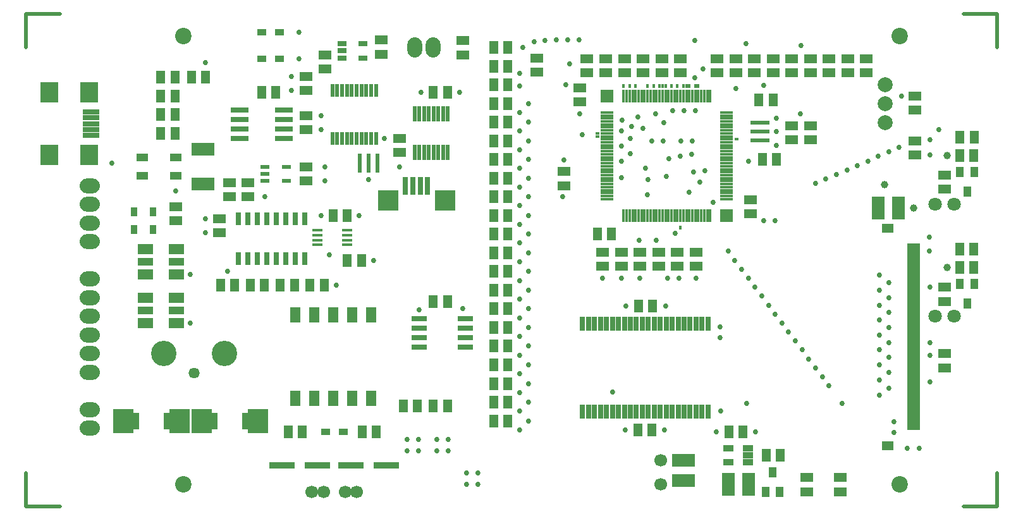
<source format=gts>
G04 CAM Products 2000  RS274-X Output*
G04 Serial Number: 0000-00-00000*
G04 File Name:FULLMONI.GTS *
%FSLAX34Y34*%
%MOIN*%
%SFA1B1*%

%IPPOS*%
%ADD10C,0.019600*%
%ADD11C,0.011800*%
%ADD12C,0.007800*%
%ADD13R,0.043300X0.063000*%
%ADD14R,0.063000X0.043300*%
%ADD15R,0.070800X0.019600*%
%ADD16R,0.031500X0.047200*%
%ADD17R,0.055100X0.039300*%
%ADD18R,0.063000X0.011800*%
%ADD19R,0.059000X0.114100*%
%ADD20R,0.059000X0.114100*%
%ADD21R,0.039300X0.017700*%
%ADD22R,0.043300X0.027500*%
%ADD23R,0.048000X0.024400*%
%ADD24R,0.015700X0.090500*%
%ADD25R,0.047200X0.008600*%
%ADD26R,0.023600X0.061000*%
%ADD27R,0.055100X0.035400*%
%ADD28R,0.089300X0.021600*%
%ADD29R,0.114100X0.059000*%
%ADD30R,0.013700X0.063000*%
%ADD31R,0.114100X0.059000*%
%ADD32R,0.102300X0.102300*%
%ADD33R,0.019600X0.086600*%
%ADD34R,0.047200X0.070800*%
%ADD35R,0.127900X0.027500*%
%ADD36R,0.013700X0.070800*%
%ADD37R,0.019600X0.066900*%
%ADD38R,0.019600X0.066900*%
%ADD39R,0.078700X0.019600*%
%ADD40R,0.090500X0.015700*%
%ADD41R,0.007800X0.063000*%
%ADD42R,0.063000X0.007800*%
%ADD43C,0.039300*%
%ADD44O,0.007800X0.015700*%
%ADD45O,0.015700X0.007800*%
%ADD46R,0.039300X0.015700*%
%ADD47R,0.027500X0.043300*%
%ADD48R,0.070800X0.031500*%
%ADD49R,0.070800X0.047200*%
%ADD50R,0.086600X0.098400*%
%ADD51R,0.032400X0.078700*%
%ADD52C,0.011800*%
%ADD53C,0.007800*%
%ADD54C,0.015700*%
%ADD55C,0.059000*%
%ADD56C,0.039300*%
%ADD57C,0.010000*%
%ADD58C,0.078700*%
%ADD59C,0.063000*%
%ADD60C,0.059000*%
%ADD61O,0.098400X0.070800*%
%ADD62O,0.070800X0.098400*%
%ADD63C,0.050000*%
%ADD64C,0.125900*%
%ADD65R,0.098400X0.118100*%
%ADD66C,0.070800*%
%ADD67C,0.051100*%
%ADD68R,0.070800X0.070800*%
%ADD69R,0.051100X0.070800*%
%ADD70R,0.070800X0.051100*%
%ADD71R,0.078700X0.027500*%
%ADD72R,0.039300X0.055100*%
%ADD73R,0.063000X0.047200*%
%ADD74R,0.066900X0.122000*%
%ADD75R,0.066900X0.122000*%
%ADD76R,0.047200X0.025600*%
%ADD77R,0.051100X0.035400*%
%ADD78R,0.055900X0.032200*%
%ADD79R,0.023600X0.098400*%
%ADD80R,0.055100X0.016500*%
%ADD81R,0.031500X0.068900*%
%ADD82R,0.097200X0.029500*%
%ADD83R,0.122000X0.066900*%
%ADD84R,0.021600X0.070800*%
%ADD85R,0.122000X0.066900*%
%ADD86R,0.110200X0.110200*%
%ADD87R,0.027500X0.094400*%
%ADD88R,0.055100X0.078700*%
%ADD89R,0.135800X0.035400*%
%ADD90R,0.021600X0.078700*%
%ADD91R,0.027500X0.074800*%
%ADD92R,0.027500X0.074800*%
%ADD93R,0.086600X0.027500*%
%ADD94R,0.098400X0.023600*%
%ADD95R,0.015700X0.070800*%
%ADD96R,0.070800X0.015700*%
%ADD97C,0.047200*%
%ADD98O,0.015700X0.023600*%
%ADD99O,0.023600X0.015700*%
%ADD100R,0.047200X0.023600*%
%ADD101R,0.035400X0.051100*%
%ADD102R,0.078700X0.039300*%
%ADD103R,0.078700X0.055100*%
%ADD104R,0.094400X0.106300*%
%ADD105R,0.040300X0.086600*%
%ADD106C,0.086600*%
%ADD107C,0.066900*%
%ADD108O,0.106300X0.078700*%
%ADD109O,0.078700X0.106300*%
%ADD110C,0.057800*%
%ADD111C,0.133800*%
%ADD112R,0.106300X0.125900*%
%ADD113C,0.078700*%
%ADD114C,0.027500*%
%ADD115C,0.019600*%
%ADD116R,0.659400X0.039300*%
%ADD117R,0.659400X0.039300*%
%LNFULLMONI-1*%
%LPD*%
G54D10*
X225961Y231395D02*
X227733D01*
Y229624D02*
Y231395D01*
Y205411D02*
Y207183D01*
X225961Y205411D02*
X227733D01*
X176552D02*
Y207183D01*
Y205411D02*
X178324D01*
X176552Y231395D02*
X178324D01*
X176552Y229624D02*
Y231395D01*
G54D14*
X182654Y223836D03*
Y222852D03*
X184426D03*
Y223836D03*
G54D15*
X223324Y213088D03*
Y213285D03*
Y213482D03*
Y213679D03*
Y213875D03*
Y214072D03*
Y214269D03*
Y214466D03*
Y214663D03*
Y217616D03*
Y217812D03*
Y218009D03*
Y210726D03*
Y210923D03*
Y211120D03*
Y211316D03*
Y211907D03*
Y212104D03*
Y215057D03*
Y215253D03*
Y215450D03*
Y215647D03*
Y216238D03*
Y216435D03*
Y216631D03*
Y216828D03*
Y217222D03*
Y217025D03*
Y216041D03*
Y211710D03*
Y215844D03*
Y211513D03*
Y210529D03*
Y210332D03*
Y209742D03*
Y210135D03*
Y214860D03*
Y209545D03*
Y217419D03*
Y218206D03*
Y218403D03*
Y218600D03*
Y218797D03*
Y219190D03*
Y218994D03*
Y209938D03*
Y212301D03*
Y212498D03*
Y212694D03*
Y212891D03*
G54D43*
X225095Y218009D03*
Y223915D03*
X223324Y221159D03*
X221788Y222379D03*
G54D66*
X224477Y221356D03*
X225477D03*
X224477Y215450D03*
X225477D03*
G54D68*
X207182Y227064D03*
X213481Y220765D03*
G54D69*
X207418Y219781D03*
X206670D03*
X215371Y223718D03*
X216119D03*
X225784Y224899D03*
X226532D03*
X225764Y218994D03*
X226512D03*
Y223915D03*
X225764D03*
Y218009D03*
X226512D03*
X201198Y228639D03*
X201946D03*
X201198Y227655D03*
X201946D03*
Y229624D03*
X201198D03*
X198009Y216238D03*
X198757D03*
X183638Y228049D03*
X184387D03*
X196434Y210726D03*
X197182D03*
X201198Y224702D03*
X201946D03*
X201198Y221750D03*
X201946D03*
X201198Y223718D03*
X201946D03*
X201198Y215844D03*
X201946D03*
X192733Y220765D03*
X193481D03*
X201198Y209938D03*
X201946D03*
X193481Y218403D03*
X194229D03*
X191512Y217104D03*
X192261D03*
X189701Y227261D03*
X188953D03*
X186001Y228049D03*
X185253D03*
X184387Y226080D03*
X183638D03*
X184387Y227064D03*
X183638D03*
X191119Y209348D03*
X190371D03*
X194268D03*
X201946Y226671D03*
Y225687D03*
Y222734D03*
Y212891D03*
Y211907D03*
Y216828D03*
Y218797D03*
Y219781D03*
Y220765D03*
Y214860D03*
Y213875D03*
X201198Y225687D03*
X195016Y209348D03*
X215568Y208116D03*
X201198Y211907D03*
Y220765D03*
X216316Y208116D03*
X189111Y217104D03*
X188363D03*
X190686D03*
X189938D03*
X183638Y225096D03*
X184387D03*
X201198Y226671D03*
Y219781D03*
Y222734D03*
Y216828D03*
Y214860D03*
Y213875D03*
Y218797D03*
Y212891D03*
X198009Y227261D03*
X198757D03*
X186788Y217104D03*
X187536D03*
X198009Y210726D03*
X198757D03*
X201198Y217812D03*
X201946D03*
X209544Y209466D03*
X208796D03*
X208835Y216001D03*
X209583D03*
X201946Y210923D03*
X201198D03*
X215174Y226868D03*
X215922D03*
X214347Y209348D03*
X213599D03*
G54D70*
X208914Y218836D03*
Y218088D03*
X210883Y218836D03*
Y218088D03*
X209898Y218836D03*
Y218088D03*
X205725Y227498D03*
Y226750D03*
X224977Y222143D03*
Y222891D03*
Y216986D03*
Y216238D03*
Y212734D03*
X214741Y221592D03*
Y220844D03*
X215922Y228285D03*
Y229033D03*
X218875Y228285D03*
Y229033D03*
X195253Y229269D03*
Y230017D03*
X199583Y229978D03*
Y229230D03*
X224977Y213482D03*
X219465Y206946D03*
Y206198D03*
X196237Y224838D03*
Y224090D03*
X188245Y222498D03*
Y221750D03*
X187261Y222498D03*
Y221750D03*
X191316Y225293D03*
Y226041D03*
X184426Y221238D03*
Y220490D03*
X192300Y229230D03*
X214938Y229033D03*
X223402Y223954D03*
X219859Y229033D03*
X216906D03*
X217890Y225490D03*
X220843Y229033D03*
X217694Y206198D03*
X219859Y228285D03*
X192300Y228482D03*
X223402Y227064D03*
X217694Y206946D03*
X217890Y224742D03*
X223402Y224702D03*
Y226316D03*
X216906Y228285D03*
X220843D03*
X214938D03*
X191316Y227350D03*
Y228098D03*
X186749Y219860D03*
Y220608D03*
X211867Y218836D03*
Y218088D03*
X206119Y228285D03*
Y229033D03*
X207103Y228285D03*
Y229033D03*
X208087D03*
Y228285D03*
X209072Y229033D03*
Y228285D03*
X207930Y218088D03*
Y218836D03*
X216906Y225490D03*
Y224742D03*
X211040Y228285D03*
Y229033D03*
X210056Y228285D03*
Y229033D03*
X212969Y228285D03*
Y229033D03*
X213953Y228285D03*
Y229033D03*
X217890Y228285D03*
Y229033D03*
X204898Y222340D03*
Y223088D03*
X206946Y218836D03*
Y218088D03*
X191316Y222576D03*
Y223324D03*
X203481Y229072D03*
Y228324D03*
G54D71*
X199701Y213832D03*
Y214332D03*
Y214832D03*
X197261Y213832D03*
Y214332D03*
Y214832D03*
Y215332D03*
X199701D03*
G54D72*
X226532Y223049D03*
X226158Y222025D03*
X225784Y223049D03*
X226158Y216120D03*
X225784Y217143D03*
X226532D03*
X215902Y207222D03*
X216276Y206198D03*
X215528D03*
G54D73*
X221985Y220096D03*
Y208639D03*
G54D74*
X221473Y221159D03*
X214623Y206592D03*
G54D75*
X222536Y221159D03*
X213560Y206592D03*
G54D76*
X194288Y229820D03*
Y229072D03*
X193186Y229446D03*
Y229072D03*
Y229820D03*
G54D77*
X189898Y229033D03*
X188953D03*
Y230411D03*
X189898D03*
X193284Y209348D03*
X192339D03*
G54D78*
X214591Y208490D03*
Y207742D03*
Y208116D03*
X213560Y208490D03*
Y207742D03*
G54D79*
X194613Y223521D03*
X194140D03*
X195085D03*
G54D80*
X191906Y219466D03*
X193481Y219978D03*
X191906Y219210D03*
X193481Y219722D03*
X191906Y219978D03*
X193481Y219210D03*
X191906Y219722D03*
X193481Y219466D03*
G54D81*
X187733Y220608D03*
X188233D03*
X188733Y218482D03*
X187733D03*
X189733D03*
X189233D03*
X188733Y220608D03*
X189233D03*
X190733Y218482D03*
X191233D03*
X188233D03*
X190233D03*
X191233Y220608D03*
X190733D03*
X189733D03*
X190233D03*
G54D82*
X187800Y226338D03*
X190135Y225838D03*
Y225338D03*
X187800D03*
Y225838D03*
Y224838D03*
X190135D03*
Y226338D03*
G54D83*
X185883Y222419D03*
Y224269D03*
X211198Y207852D03*
G54D84*
X193717Y227350D03*
X194229D03*
X193461D03*
X192950D03*
X194741Y224838D03*
X194485D03*
X192950D03*
X192694D03*
X194485Y227350D03*
X194997Y224838D03*
X193205Y227350D03*
X192694D03*
X193205Y224838D03*
X193461D03*
X193717D03*
X193973D03*
X194229D03*
X193973Y227350D03*
X194741D03*
X194997D03*
G54D85*
X211198Y206789D03*
G54D86*
X195632Y221553D03*
X198624D03*
G54D87*
X197719Y222340D03*
X197325D03*
X196931D03*
X196538D03*
G54D88*
X190725Y215529D03*
X193725Y211120D03*
X194725D03*
X192725D03*
X193725Y215529D03*
X192725D03*
X191725D03*
X190725Y211120D03*
X191725D03*
X194725Y215529D03*
G54D89*
X193678Y207576D03*
X195548D03*
X191906D03*
X190036D03*
G54D90*
X198774Y224090D03*
X198524D03*
X197774Y226137D03*
X197024Y224090D03*
X198524Y226137D03*
X198774D03*
X198274Y224090D03*
Y226137D03*
X197274Y224090D03*
X197524D03*
X197774D03*
X198024D03*
Y226137D03*
X197024D03*
X197274D03*
X197524D03*
G54D91*
X207457Y210411D03*
X212497Y215057D03*
X211552D03*
X211237D03*
X211867D03*
X210922D03*
X209347D03*
X209032Y210411D03*
Y215057D03*
X209347Y210411D03*
X210922D03*
X211237D03*
X211552D03*
X207457Y215057D03*
X210607Y210411D03*
X210292D03*
X209977D03*
X209662D03*
X208717D03*
X208402D03*
X208087D03*
X207772D03*
Y215057D03*
X208087D03*
X208402D03*
X208717D03*
X209662D03*
X209977D03*
X210292D03*
X210607D03*
X212497Y210411D03*
X212182D03*
X211867D03*
X207142D03*
X206827D03*
X206512D03*
X206198D03*
X205883D03*
Y215057D03*
X206198D03*
X206512D03*
X206827D03*
X207142D03*
G54D92*
X212182Y215057D03*
G54D93*
X179957Y225608D03*
Y225923D03*
Y226238D03*
Y224978D03*
Y225293D03*
G54D94*
X215231Y225657D03*
Y224712D03*
Y225185D03*
G54D95*
X212457Y227064D03*
X212300D03*
X212142D03*
X211985D03*
X211827D03*
X211670D03*
X211512D03*
X211355D03*
X211198D03*
X211040D03*
X210883D03*
X210725D03*
X210568D03*
X210410D03*
X210253D03*
X210095D03*
X209938D03*
X209780D03*
X209623D03*
X209465D03*
X209308D03*
X209150D03*
X208993D03*
X208835D03*
X208678D03*
X208520D03*
X208363D03*
X208205D03*
X208048D03*
X212615D03*
X208205Y220765D03*
X208363D03*
X208520D03*
X208678D03*
X208835D03*
X208993D03*
X209150D03*
X209308D03*
X209465D03*
X209623D03*
X209780D03*
X209938D03*
X210095D03*
X210253D03*
X210410D03*
X210568D03*
X210725D03*
X210883D03*
X211040D03*
X211198D03*
X211355D03*
X211512D03*
X211670D03*
X211827D03*
X211985D03*
X212142D03*
X212300D03*
X212457D03*
X212615D03*
X208048D03*
G54D96*
X213481Y221789D03*
Y221946D03*
Y222104D03*
Y222261D03*
Y222419D03*
Y222576D03*
Y222734D03*
Y222891D03*
Y223049D03*
Y223206D03*
Y223364D03*
Y223521D03*
Y223679D03*
Y223836D03*
Y223994D03*
Y224151D03*
Y224309D03*
Y224466D03*
Y224624D03*
Y224781D03*
Y224938D03*
Y225096D03*
Y225253D03*
Y225411D03*
Y225568D03*
Y225726D03*
Y225883D03*
Y226041D03*
Y226198D03*
Y221631D03*
X207182Y226041D03*
Y225883D03*
Y225726D03*
Y225568D03*
Y225411D03*
Y225253D03*
Y225096D03*
Y224938D03*
Y224781D03*
Y224624D03*
Y224466D03*
Y224309D03*
Y224151D03*
Y223994D03*
Y223836D03*
Y223679D03*
Y223521D03*
Y223364D03*
Y223206D03*
Y223049D03*
Y222891D03*
Y222734D03*
Y222576D03*
Y222419D03*
Y222261D03*
Y222104D03*
Y221946D03*
Y221789D03*
Y221631D03*
Y226198D03*
G54D97*
X207182Y227064D03*
X213481Y220765D03*
G54D98*
X210253Y227576D03*
X210568D03*
X210883D03*
X211198D03*
X211355D03*
X211512D03*
X211827D03*
X211985D03*
X210095D03*
X209938D03*
X209623D03*
X209308D03*
X208678D03*
X208363D03*
X211040Y220135D03*
X208048Y227576D03*
G54D99*
X213993Y224781D03*
X206670Y225096D03*
Y224938D03*
G54D100*
X190253Y223324D03*
Y222576D03*
X189150D03*
Y222950D03*
Y223324D03*
G54D101*
X183245Y220017D03*
Y220962D03*
X182221Y220017D03*
Y220962D03*
G54D102*
X184465Y215765D03*
X182851D03*
Y218324D03*
X184465D03*
G54D103*
X182851Y216435D03*
X184465Y215096D03*
X182851D03*
X184465Y216435D03*
Y218994D03*
X182851Y217655D03*
X184465D03*
X182851Y218994D03*
G54D104*
X179859Y227261D03*
Y223954D03*
X177772Y227261D03*
Y223954D03*
G54D105*
X182296Y209938D03*
X188131D03*
X183997D03*
X186430D03*
G54D106*
X222615Y206592D03*
Y230214D03*
X184820D03*
Y206592D03*
G54D107*
X210016Y206592D03*
Y207852D03*
X191591Y206198D03*
X192221D03*
X193363D03*
X193973D03*
G54D108*
X179898Y213482D03*
Y214466D03*
Y215450D03*
Y216435D03*
Y217419D03*
Y212498D03*
Y210529D03*
Y209545D03*
Y219387D03*
Y220372D03*
Y221356D03*
Y222340D03*
G54D109*
X197024Y229624D03*
X198009D03*
G54D110*
X185410Y212458D03*
G54D111*
X183816Y213482D03*
X187005D03*
G54D112*
X181670Y209938D03*
X188757D03*
X184623D03*
X185804D03*
G54D113*
X221827Y227647D03*
Y225647D03*
Y226647D03*
G54D114*
X217379Y226120D03*
X204898Y223679D03*
X224190Y214072D03*
Y216986D03*
Y223954D03*
X203048Y224702D03*
Y223718D03*
Y222734D03*
Y221750D03*
Y220765D03*
Y219781D03*
Y218797D03*
Y217812D03*
Y216828D03*
Y215844D03*
Y214860D03*
Y213875D03*
Y212891D03*
Y211907D03*
Y210923D03*
Y209938D03*
Y225687D03*
X224682Y225293D03*
X216119Y225883D03*
X205686Y230017D03*
X205095D03*
X204505D03*
X203914Y229978D03*
X203324Y229938D03*
X208875Y219466D03*
X210764Y219820D03*
X209780Y219466D03*
X199583Y215844D03*
X202575Y213403D03*
Y214387D03*
X211788Y228009D03*
X212064Y222537D03*
X209190Y223246D03*
X208402Y224820D03*
X207930Y224427D03*
X210292Y222812D03*
X207969Y225805D03*
X210646Y226277D03*
X211237D03*
X202575Y218324D03*
Y219309D03*
Y221277D03*
Y220293D03*
X222694Y227064D03*
X221473Y223875D03*
X220922Y223639D03*
X220371Y223403D03*
X219820Y223167D03*
X219268Y222931D03*
X218717Y222694D03*
X222024Y224112D03*
X207930Y223639D03*
X212221Y228482D03*
X224190Y224742D03*
X214505Y229820D03*
X217398Y229722D03*
X205213Y228757D03*
X224190Y211986D03*
Y213403D03*
X212930Y209348D03*
X224160Y219614D03*
Y218895D03*
X219583Y210844D03*
X216040Y220490D03*
X214977Y216986D03*
X218166Y212734D03*
X217103Y214151D03*
X213914Y218403D03*
X218520Y212261D03*
X218875Y211789D03*
X216749Y214624D03*
X216394Y215096D03*
X216040Y215568D03*
X217812Y213206D03*
X217457Y213679D03*
X215686Y216041D03*
X215331Y216513D03*
X214268Y217931D03*
X213560Y218875D03*
X214623Y217458D03*
X223638Y208482D03*
X223009D03*
X222300Y209899D03*
Y209309D03*
X221552Y211277D03*
X222024Y211671D03*
X221552Y212104D03*
X222024Y212498D03*
X221552Y212891D03*
X222024Y213285D03*
X221552Y213679D03*
X222024Y214072D03*
X221552Y214466D03*
X222024Y214860D03*
X221552Y215253D03*
X222024Y215647D03*
X221552Y216041D03*
X222024Y216435D03*
X221552Y216828D03*
X222024Y217222D03*
X221552Y217616D03*
X206946Y217458D03*
X200371Y206592D03*
X199780D03*
Y207183D03*
X200371D03*
X202733Y229624D03*
X202575Y226198D03*
Y225214D03*
Y224230D03*
Y223246D03*
Y217340D03*
Y216356D03*
Y215372D03*
Y212419D03*
Y211435D03*
X214544Y210844D03*
X213166Y210450D03*
X207457Y211474D03*
X213127Y214309D03*
X190922Y230411D03*
Y229033D03*
X186001Y228836D03*
X198796Y208954D03*
X198205Y208364D03*
X197221D03*
Y208954D03*
X196631D03*
Y208364D03*
X197379Y227261D03*
X199387D03*
X190528Y228098D03*
Y227350D03*
X194613Y222655D03*
X192103Y225293D03*
Y226041D03*
X194859Y218403D03*
X192536Y218679D03*
X194111Y220765D03*
X192103D03*
X192300Y223324D03*
Y222576D03*
X192890Y217104D03*
X187182Y217812D03*
X186001Y219860D03*
Y220608D03*
X185213Y217655D03*
X195450Y224838D03*
X196237Y223324D03*
X197261Y215803D03*
X208166Y216001D03*
X210253D03*
X208127Y209466D03*
X210213D03*
X208914Y217458D03*
X207930D03*
Y222773D03*
X204820Y221750D03*
X210961Y217458D03*
X211867D03*
X202575Y222261D03*
X215450Y220490D03*
X213953Y227458D03*
X215450Y227616D03*
X204997Y227655D03*
X202575Y209466D03*
Y210450D03*
X203048Y226671D03*
X216119Y225194D03*
Y224466D03*
X214623Y223639D03*
X222575Y224348D03*
X218166Y222458D03*
X205883Y225017D03*
X207930Y225214D03*
X209308Y221868D03*
X209347Y222655D03*
X211670Y224702D03*
X208796Y225962D03*
X209741Y226120D03*
X211827Y226277D03*
X210174Y225647D03*
X209072Y225372D03*
X210135Y224702D03*
X211631Y223994D03*
X211512Y221986D03*
X211040Y223875D03*
X209544Y224702D03*
X208402Y224033D03*
X210450Y223757D03*
X211079Y224702D03*
X212339Y223127D03*
X211749Y223049D03*
X212772Y221474D03*
X202575Y227576D03*
Y228246D03*
X213127Y214899D03*
X210371Y217458D03*
X208481Y225450D03*
X205725Y226120D03*
X181079Y223521D03*
X198796Y208364D03*
X198205Y208954D03*
X215016Y209348D03*
X189150Y221750D03*
X211788Y229978D03*
X185213Y215096D03*
X184426Y222064D03*
M02*
</source>
